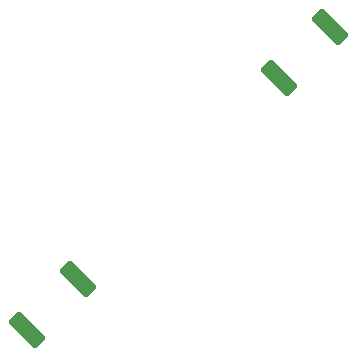
<source format=gbr>
%TF.GenerationSoftware,KiCad,Pcbnew,7.0.7*%
%TF.CreationDate,2023-09-04T20:48:43-04:00*%
%TF.ProjectId,square,73717561-7265-42e6-9b69-6361645f7063,rev?*%
%TF.SameCoordinates,Original*%
%TF.FileFunction,Paste,Bot*%
%TF.FilePolarity,Positive*%
%FSLAX46Y46*%
G04 Gerber Fmt 4.6, Leading zero omitted, Abs format (unit mm)*
G04 Created by KiCad (PCBNEW 7.0.7) date 2023-09-04 20:48:43*
%MOMM*%
%LPD*%
G01*
G04 APERTURE LIST*
G04 Aperture macros list*
%AMRoundRect*
0 Rectangle with rounded corners*
0 $1 Rounding radius*
0 $2 $3 $4 $5 $6 $7 $8 $9 X,Y pos of 4 corners*
0 Add a 4 corners polygon primitive as box body*
4,1,4,$2,$3,$4,$5,$6,$7,$8,$9,$2,$3,0*
0 Add four circle primitives for the rounded corners*
1,1,$1+$1,$2,$3*
1,1,$1+$1,$4,$5*
1,1,$1+$1,$6,$7*
1,1,$1+$1,$8,$9*
0 Add four rect primitives between the rounded corners*
20,1,$1+$1,$2,$3,$4,$5,0*
20,1,$1+$1,$4,$5,$6,$7,0*
20,1,$1+$1,$6,$7,$8,$9,0*
20,1,$1+$1,$8,$9,$2,$3,0*%
G04 Aperture macros list end*
%ADD10RoundRect,0.249999X0.689429X-1.325827X1.325827X-0.689429X-0.689429X1.325827X-1.325827X0.689429X0*%
G04 APERTURE END LIST*
D10*
%TO.C,R2*%
X-12813352Y-12813352D03*
X-8500000Y-8500000D03*
%TD*%
%TO.C,R4*%
X8500000Y8500000D03*
X12813352Y12813352D03*
%TD*%
M02*

</source>
